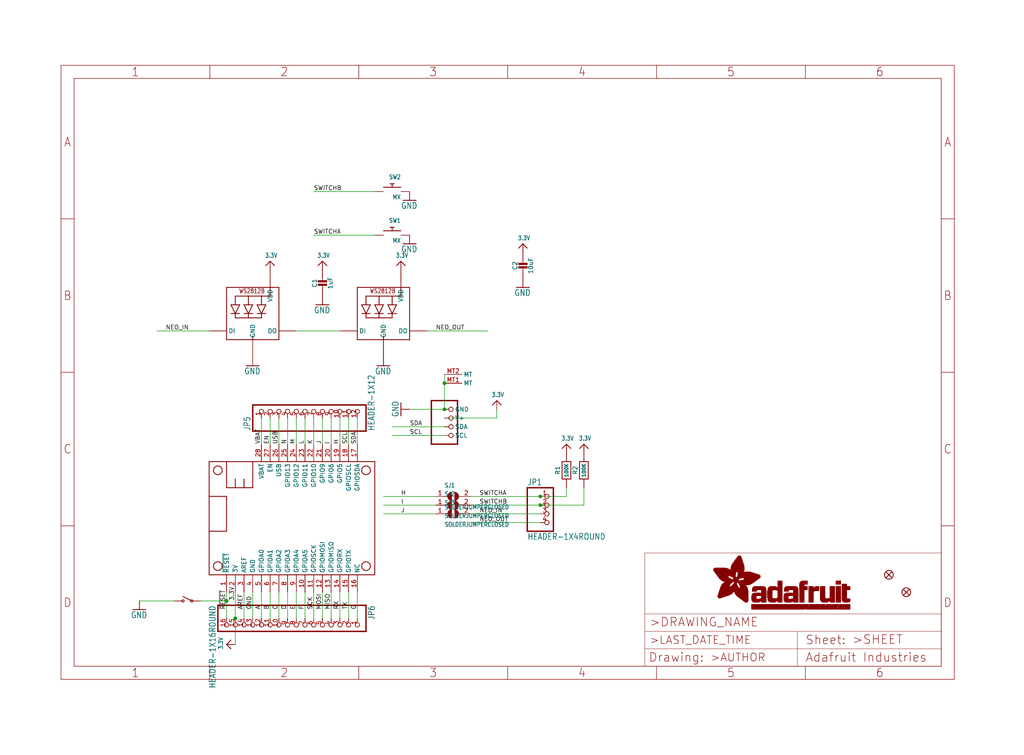
<source format=kicad_sch>
(kicad_sch (version 20211123) (generator eeschema)
  (paper "User" 298.45 220.167)
  (lib_symbols
    (symbol "eagleSchem-eagle-import:3.3V" (power)
      (property "Value" "3.3V" (at -1.524 1.016 0))
      (symbol "3.3V_1_0"
        (pin power_in line (at 0 -2.54 90) (length 2.54) (name "3.3V") (number "1"))
      )
    )
    (symbol "eagleSchem-eagle-import:CAP_CERAMIC0603_NO"
      (property "Reference" "C" (at -2.29 1.25 90))
      (property "Value" "CAP_CERAMIC0603_NO" (at 2.3 1.25 90))
      (symbol "CAP_CERAMIC0603_NO_1_0"
        (pin passive line (at 0 5.08 270) (length 2.54) (name "1") (number "1"))
        (pin passive line (at 0 -2.54 90) (length 2.54) (name "2") (number "2"))
      )
    )
    (symbol "eagleSchem-eagle-import:CAP_CERAMIC0805-NOOUTLINE"
      (property "Reference" "C" (at -2.29 1.25 90))
      (property "Value" "CAP_CERAMIC0805-NOOUTLINE" (at 2.3 1.25 90))
      (symbol "CAP_CERAMIC0805-NOOUTLINE_1_0"
        (pin passive line (at 0 5.08 270) (length 2.54) (name "1") (number "1"))
        (pin passive line (at 0 -2.54 90) (length 2.54) (name "2") (number "2"))
      )
    )
    (symbol "eagleSchem-eagle-import:FEATHERWING_NODIM"
      (symbol "FEATHERWING_NODIM_1_0"
        (pin input line (at 5.08 -5.08 90) (length 5.08) (name "~{RESET}") (number "1"))
        (pin bidirectional line (at 27.94 -5.08 90) (length 5.08) (name "GPIOA5") (number "10"))
        (pin bidirectional line (at 30.48 -5.08 90) (length 5.08) (name "GPIOSCK") (number "11"))
        (pin bidirectional line (at 33.02 -5.08 90) (length 5.08) (name "GPIOMOSI") (number "12"))
        (pin bidirectional line (at 35.56 -5.08 90) (length 5.08) (name "GPIOMISO") (number "13"))
        (pin bidirectional line (at 38.1 -5.08 90) (length 5.08) (name "GPIORX") (number "14"))
        (pin bidirectional line (at 40.64 -5.08 90) (length 5.08) (name "GPIOTX") (number "15"))
        (pin passive line (at 43.18 -5.08 90) (length 5.08) (name "NC") (number "16"))
        (pin bidirectional line (at 43.18 38.1 270) (length 5.08) (name "GPIOSDA") (number "17"))
        (pin bidirectional line (at 40.64 38.1 270) (length 5.08) (name "GPIOSCL") (number "18"))
        (pin bidirectional line (at 38.1 38.1 270) (length 5.08) (name "GPIO5") (number "19"))
        (pin power_in line (at 7.62 -5.08 90) (length 5.08) (name "3V") (number "2"))
        (pin bidirectional line (at 35.56 38.1 270) (length 5.08) (name "GPIO6") (number "20"))
        (pin bidirectional line (at 33.02 38.1 270) (length 5.08) (name "GPIO9") (number "21"))
        (pin bidirectional line (at 30.48 38.1 270) (length 5.08) (name "GPIO10") (number "22"))
        (pin bidirectional line (at 27.94 38.1 270) (length 5.08) (name "GPIO11") (number "23"))
        (pin bidirectional line (at 25.4 38.1 270) (length 5.08) (name "GPIO12") (number "24"))
        (pin bidirectional line (at 22.86 38.1 270) (length 5.08) (name "GPIO13") (number "25"))
        (pin power_in line (at 20.32 38.1 270) (length 5.08) (name "USB") (number "26"))
        (pin passive line (at 17.78 38.1 270) (length 5.08) (name "EN") (number "27"))
        (pin power_in line (at 15.24 38.1 270) (length 5.08) (name "VBAT") (number "28"))
        (pin passive line (at 10.16 -5.08 90) (length 5.08) (name "AREF") (number "3"))
        (pin power_in line (at 12.7 -5.08 90) (length 5.08) (name "GND") (number "4"))
        (pin bidirectional line (at 15.24 -5.08 90) (length 5.08) (name "GPIOA0") (number "5"))
        (pin bidirectional line (at 17.78 -5.08 90) (length 5.08) (name "GPIOA1") (number "6"))
        (pin bidirectional line (at 20.32 -5.08 90) (length 5.08) (name "GPIOA2") (number "7"))
        (pin bidirectional line (at 22.86 -5.08 90) (length 5.08) (name "GPIOA3") (number "8"))
        (pin bidirectional line (at 25.4 -5.08 90) (length 5.08) (name "GPIOA4") (number "9"))
      )
    )
    (symbol "eagleSchem-eagle-import:FIDUCIAL_1MM")
    (symbol "eagleSchem-eagle-import:FRAME_A4_ADAFRUIT"
      (symbol "FRAME_A4_ADAFRUIT_0_0"
        (text "1" (at 21.6958 1.905 0) (effects (font (size 2.54 2.286))))
        (text "1" (at 21.6958 177.165 0) (effects (font (size 2.54 2.286))))
        (text "2" (at 65.0875 1.905 0) (effects (font (size 2.54 2.286))))
        (text "2" (at 65.0875 177.165 0) (effects (font (size 2.54 2.286))))
        (text "3" (at 108.4792 1.905 0) (effects (font (size 2.54 2.286))))
        (text "3" (at 108.4792 177.165 0) (effects (font (size 2.54 2.286))))
        (text "4" (at 151.8708 1.905 0) (effects (font (size 2.54 2.286))))
        (text "4" (at 151.8708 177.165 0) (effects (font (size 2.54 2.286))))
        (text "5" (at 195.2625 1.905 0) (effects (font (size 2.54 2.286))))
        (text "5" (at 195.2625 177.165 0) (effects (font (size 2.54 2.286))))
        (text "6" (at 238.6542 1.905 0) (effects (font (size 2.54 2.286))))
        (text "6" (at 238.6542 177.165 0) (effects (font (size 2.54 2.286))))
        (text "A" (at 1.905 156.6863 0) (effects (font (size 2.54 2.286))))
        (text "A" (at 258.445 156.6863 0) (effects (font (size 2.54 2.286))))
        (text "B" (at 1.905 111.9188 0) (effects (font (size 2.54 2.286))))
        (text "B" (at 258.445 111.9188 0) (effects (font (size 2.54 2.286))))
        (text "C" (at 1.905 67.1513 0) (effects (font (size 2.54 2.286))))
        (text "C" (at 258.445 67.1513 0) (effects (font (size 2.54 2.286))))
        (text "D" (at 1.905 22.3838 0) (effects (font (size 2.54 2.286))))
        (text "D" (at 258.445 22.3838 0) (effects (font (size 2.54 2.286))))
      )
      (symbol "FRAME_A4_ADAFRUIT_1_0"
        (text ">AUTHOR" (at 189.23 5.08 0) (effects (font (size 2.286 2.286)) (justify left bottom)))
        (text ">DRAWING_NAME" (at 171.45 15.24 0) (effects (font (size 2.54 2.54)) (justify left bottom)))
        (text ">LAST_DATE_TIME" (at 171.45 10.16 0) (effects (font (size 2.286 2.286)) (justify left bottom)))
        (text ">SHEET" (at 230.505 10.16 0) (effects (font (size 2.54 2.54)) (justify left bottom)))
        (text "Adafruit Industries" (at 216.916 4.953 0) (effects (font (size 2.54 2.54)) (justify left bottom)))
        (text "Drawing:" (at 171.196 4.953 0) (effects (font (size 2.54 2.54)) (justify left bottom)))
        (text "Sheet:" (at 216.916 10.033 0) (effects (font (size 2.54 2.54)) (justify left bottom)))
      )
    )
    (symbol "eagleSchem-eagle-import:GND" (power)
      (property "Value" "GND" (at -2.54 -2.54 0))
      (symbol "GND_1_0"
        (pin power_in line (at 0 2.54 270) (length 2.54) (name "GND") (number "1"))
      )
    )
    (symbol "eagleSchem-eagle-import:HEADER-1X12"
      (property "Reference" "JP" (at -6.35 18.415 0))
      (property "Value" "HEADER-1X12" (at -6.35 -17.78 0))
      (symbol "HEADER-1X12_1_0"
        (pin passive inverted (at -2.54 15.24 0) (length 2.54) (name "1") (number "1"))
        (pin passive inverted (at -2.54 -7.62 0) (length 2.54) (name "10") (number "10"))
        (pin passive inverted (at -2.54 -10.16 0) (length 2.54) (name "11") (number "11"))
        (pin passive inverted (at -2.54 -12.7 0) (length 2.54) (name "12") (number "12"))
        (pin passive inverted (at -2.54 12.7 0) (length 2.54) (name "2") (number "2"))
        (pin passive inverted (at -2.54 10.16 0) (length 2.54) (name "3") (number "3"))
        (pin passive inverted (at -2.54 7.62 0) (length 2.54) (name "4") (number "4"))
        (pin passive inverted (at -2.54 5.08 0) (length 2.54) (name "5") (number "5"))
        (pin passive inverted (at -2.54 2.54 0) (length 2.54) (name "6") (number "6"))
        (pin passive inverted (at -2.54 0 0) (length 2.54) (name "7") (number "7"))
        (pin passive inverted (at -2.54 -2.54 0) (length 2.54) (name "8") (number "8"))
        (pin passive inverted (at -2.54 -5.08 0) (length 2.54) (name "9") (number "9"))
      )
    )
    (symbol "eagleSchem-eagle-import:HEADER-1X16ROUND"
      (property "Reference" "JP" (at -6.35 20.955 0))
      (property "Value" "HEADER-1X16ROUND" (at -6.35 -25.4 0))
      (symbol "HEADER-1X16ROUND_1_0"
        (pin passive inverted (at -2.54 17.78 0) (length 2.54) (name "1") (number "1"))
        (pin passive inverted (at -2.54 -5.08 0) (length 2.54) (name "10") (number "10"))
        (pin passive inverted (at -2.54 -7.62 0) (length 2.54) (name "11") (number "11"))
        (pin passive inverted (at -2.54 -10.16 0) (length 2.54) (name "12") (number "12"))
        (pin passive inverted (at -2.54 -12.7 0) (length 2.54) (name "13") (number "13"))
        (pin passive inverted (at -2.54 -15.24 0) (length 2.54) (name "14") (number "14"))
        (pin passive inverted (at -2.54 -17.78 0) (length 2.54) (name "15") (number "15"))
        (pin passive inverted (at -2.54 -20.32 0) (length 2.54) (name "16") (number "16"))
        (pin passive inverted (at -2.54 15.24 0) (length 2.54) (name "2") (number "2"))
        (pin passive inverted (at -2.54 12.7 0) (length 2.54) (name "3") (number "3"))
        (pin passive inverted (at -2.54 10.16 0) (length 2.54) (name "4") (number "4"))
        (pin passive inverted (at -2.54 7.62 0) (length 2.54) (name "5") (number "5"))
        (pin passive inverted (at -2.54 5.08 0) (length 2.54) (name "6") (number "6"))
        (pin passive inverted (at -2.54 2.54 0) (length 2.54) (name "7") (number "7"))
        (pin passive inverted (at -2.54 0 0) (length 2.54) (name "8") (number "8"))
        (pin passive inverted (at -2.54 -2.54 0) (length 2.54) (name "9") (number "9"))
      )
    )
    (symbol "eagleSchem-eagle-import:HEADER-1X4ROUND"
      (property "Reference" "JP" (at -6.35 8.255 0))
      (property "Value" "HEADER-1X4ROUND" (at -6.35 -7.62 0))
      (symbol "HEADER-1X4ROUND_1_0"
        (pin passive inverted (at -2.54 5.08 0) (length 2.54) (name "1") (number "1"))
        (pin passive inverted (at -2.54 2.54 0) (length 2.54) (name "2") (number "2"))
        (pin passive inverted (at -2.54 0 0) (length 2.54) (name "3") (number "3"))
        (pin passive inverted (at -2.54 -2.54 0) (length 2.54) (name "4") (number "4"))
      )
    )
    (symbol "eagleSchem-eagle-import:RESISTOR_0603_NOOUT"
      (property "Reference" "R" (at 0 2.54 0))
      (property "Value" "RESISTOR_0603_NOOUT" (at 0 0 0))
      (symbol "RESISTOR_0603_NOOUT_1_0"
        (pin passive line (at -5.08 0 0) (length 2.54) (name "1") (number "1"))
        (pin passive line (at 5.08 0 180) (length 2.54) (name "2") (number "2"))
      )
    )
    (symbol "eagleSchem-eagle-import:SOLDERJUMPERCLOSED"
      (property "Reference" "SJ" (at -2.54 2.54 0))
      (property "Value" "SOLDERJUMPERCLOSED" (at -2.54 -3.81 0))
      (symbol "SOLDERJUMPERCLOSED_1_0"
        (pin passive line (at -5.08 0 0) (length 2.54) (name "1") (number "1"))
        (pin passive line (at 5.08 0 180) (length 2.54) (name "2") (number "2"))
      )
    )
    (symbol "eagleSchem-eagle-import:STEMMA_I2C_QT"
      (symbol "STEMMA_I2C_QT_1_0"
        (pin passive inverted (at 0 5.08 0) (length 2.54) (name "GND") (number "1"))
        (pin passive inverted (at 0 2.54 0) (length 2.54) (name "V+") (number "2"))
        (pin passive inverted (at 0 0 0) (length 2.54) (name "SDA") (number "3"))
        (pin passive inverted (at 0 -2.54 0) (length 2.54) (name "SCL") (number "4"))
      )
      (symbol "STEMMA_I2C_QT_2_0"
        (pin bidirectional line (at 0 0 0) (length 5.08) (name "MT") (number "MT1"))
      )
      (symbol "STEMMA_I2C_QT_3_0"
        (pin bidirectional line (at 0 0 0) (length 5.08) (name "MT") (number "MT2"))
      )
    )
    (symbol "eagleSchem-eagle-import:SWITCH_PUSHBUTTON_KAILH_SOCKET"
      (property "Reference" "SW" (at -2.54 3.556 0))
      (property "Value" "SWITCH_PUSHBUTTON_KAILH_SOCKET" (at -2.54 -2.286 0))
      (symbol "SWITCH_PUSHBUTTON_KAILH_SOCKET_1_0"
        (pin passive line (at -5.08 0 0) (length 2.54) (name "P$1") (number "1"))
        (pin passive line (at 5.08 0 180) (length 2.54) (name "P$2") (number "2"))
      )
    )
    (symbol "eagleSchem-eagle-import:SWITCH_SPST_TACT_RA"
      (symbol "SWITCH_SPST_TACT_RA_1_0"
        (pin passive line (at -5.08 0 0) (length 2.54) (name "P") (number "1"))
        (pin passive line (at 2.54 0 180) (length 2.54) (name "S") (number "2"))
      )
      (symbol "SWITCH_SPST_TACT_RA_2_0"
        (pin bidirectional line (at 0 0 0) (length 5.08) (name "MT") (number "MT1"))
        (pin bidirectional line (at 0 0 0) (length 5.08) (name "MT") (number "MT2"))
      )
    )
    (symbol "eagleSchem-eagle-import:WS2812B_SK6812E"
      (symbol "WS2812B_SK6812E_1_0"
        (text "WS2812B" (at -4.064 8.382 0) (effects (font (size 1.27 1.0795)) (justify left bottom)))
        (pin power_in line (at 5.08 15.24 270) (length 5.08) (name "VDD") (number "1-VDD"))
        (pin output line (at 12.7 -2.54 180) (length 5.08) (name "DO") (number "2-DOUT"))
        (pin power_in line (at 0 -10.16 90) (length 5.08) (name "GND") (number "3-GND"))
        (pin input line (at -12.7 -2.54 0) (length 5.08) (name "DI") (number "4-DIN"))
      )
    )
  )
  (junction (at 157.48 144.78))
  (junction (at 129.54 111.76))
  (junction (at 157.48 147.32))
  (junction (at 129.54 119.38))
  (junction (at 68.58 180.34))
  (junction (at 66.04 175.26))
  (wire (pts (xy 124.46 96.52) (xy 142.24 96.52)))
  (wire (pts (xy 137.16 152.4) (xy 157.48 152.4)))
  (wire (pts (xy 86.36 96.52) (xy 99.06 96.52)))
  (wire (pts (xy 99.06 180.34) (xy 99.06 172.72)))
  (wire (pts (xy 157.48 149.86) (xy 137.16 149.86)))
  (wire (pts (xy 83.82 180.34) (xy 83.82 172.72)))
  (wire (pts (xy 83.82 121.92) (xy 83.82 129.54)))
  (wire (pts (xy 109.22 55.88) (xy 91.44 55.88)))
  (wire (pts (xy 111.76 147.32) (xy 127 147.32)))
  (wire (pts (xy 58.42 175.26) (xy 66.04 175.26)))
  (wire (pts (xy 129.54 124.46) (xy 114.3 124.46)))
  (wire (pts (xy 40.64 175.26) (xy 50.8 175.26)))
  (wire (pts (xy 86.36 180.34) (xy 86.36 172.72)))
  (wire (pts (xy 170.18 147.32) (xy 170.18 142.24)))
  (wire (pts (xy 66.04 180.34) (xy 66.04 175.26)))
  (wire (pts (xy 81.28 180.34) (xy 81.28 172.72)))
  (wire (pts (xy 78.74 180.34) (xy 78.74 172.72)))
  (wire (pts (xy 129.54 109.22) (xy 129.54 111.76)))
  (wire (pts (xy 88.9 180.34) (xy 88.9 172.72)))
  (wire (pts (xy 109.22 68.58) (xy 91.44 68.58)))
  (wire (pts (xy 91.44 180.34) (xy 91.44 172.72)))
  (wire (pts (xy 93.98 180.34) (xy 93.98 172.72)))
  (wire (pts (xy 104.14 180.34) (xy 104.14 172.72)))
  (wire (pts (xy 129.54 121.92) (xy 144.78 121.92)))
  (wire (pts (xy 129.54 111.76) (xy 129.54 119.38)))
  (wire (pts (xy 144.78 119.38) (xy 144.78 121.92)))
  (wire (pts (xy 114.3 127) (xy 129.54 127)))
  (wire (pts (xy 96.52 180.34) (xy 96.52 172.72)))
  (wire (pts (xy 76.2 180.34) (xy 76.2 172.72)))
  (wire (pts (xy 73.66 180.34) (xy 73.66 172.72)))
  (wire (pts (xy 165.1 144.78) (xy 165.1 142.24)))
  (wire (pts (xy 157.48 144.78) (xy 137.16 144.78)))
  (wire (pts (xy 91.44 121.92) (xy 91.44 129.54)))
  (wire (pts (xy 127 144.78) (xy 111.76 144.78)))
  (wire (pts (xy 99.06 121.92) (xy 99.06 129.54)))
  (wire (pts (xy 101.6 121.92) (xy 101.6 129.54)))
  (wire (pts (xy 66.04 175.26) (xy 66.04 172.72)))
  (wire (pts (xy 101.6 180.34) (xy 101.6 172.72)))
  (wire (pts (xy 86.36 121.92) (xy 86.36 129.54)))
  (wire (pts (xy 96.52 121.92) (xy 96.52 129.54)))
  (wire (pts (xy 127 149.86) (xy 111.76 149.86)))
  (wire (pts (xy 78.74 121.92) (xy 78.74 129.54)))
  (wire (pts (xy 88.9 121.92) (xy 88.9 129.54)))
  (wire (pts (xy 93.98 121.92) (xy 93.98 129.54)))
  (wire (pts (xy 157.48 144.78) (xy 165.1 144.78)))
  (wire (pts (xy 104.14 121.92) (xy 104.14 129.54)))
  (wire (pts (xy 60.96 96.52) (xy 45.72 96.52)))
  (wire (pts (xy 68.58 180.34) (xy 68.58 172.72)))
  (wire (pts (xy 76.2 121.92) (xy 76.2 129.54)))
  (wire (pts (xy 157.48 147.32) (xy 170.18 147.32)))
  (wire (pts (xy 68.58 180.34) (xy 68.58 187.96)))
  (wire (pts (xy 81.28 121.92) (xy 81.28 129.54)))
  (wire (pts (xy 71.12 180.34) (xy 71.12 172.72)))
  (wire (pts (xy 137.16 147.32) (xy 157.48 147.32)))
  (wire (pts (xy 129.54 119.38) (xy 119.38 119.38)))
  (label "L" (at 88.9 129.54 90) (effects (font (size 1.2446 1.2446))))
  (label "SWITCHB" (at 91.44 55.88 0) (effects (font (size 1.2446 1.2446))))
  (label "B" (at 78.74 177.8 90) (effects (font (size 1.2446 1.2446))))
  (label "AREF" (at 71.12 177.8 90) (effects (font (size 1.2446 1.2446))))
  (label "TX" (at 101.6 177.8 90) (effects (font (size 1.2446 1.2446))))
  (label "SCK" (at 91.44 177.8 90) (effects (font (size 1.2446 1.2446))))
  (label "C" (at 81.28 177.8 90) (effects (font (size 1.2446 1.2446))))
  (label "A" (at 76.2 177.8 90) (effects (font (size 1.2446 1.2446))))
  (label "VBAT" (at 76.2 129.54 90) (effects (font (size 1.2446 1.2446))))
  (label "J" (at 93.98 129.54 90) (effects (font (size 1.2446 1.2446))))
  (label "H" (at 99.06 129.54 90) (effects (font (size 1.2446 1.2446))))
  (label "NEO_IN" (at 139.7 149.86 0) (effects (font (size 1.2446 1.2446))))
  (label "N" (at 83.82 129.54 90) (effects (font (size 1.2446 1.2446))))
  (label "SCL" (at 101.6 129.54 90) (effects (font (size 1.2446 1.2446))))
  (label "EN" (at 78.74 129.54 90) (effects (font (size 1.2446 1.2446))))
  (label "NEO_OUT" (at 139.7 152.4 0) (effects (font (size 1.2446 1.2446))))
  (label "I" (at 96.52 129.54 90) (effects (font (size 1.2446 1.2446))))
  (label "NEO_OUT" (at 127 96.52 0) (effects (font (size 1.2446 1.2446))))
  (label "3.3V" (at 68.58 175.26 90) (effects (font (size 1.2446 1.2446))))
  (label "K" (at 91.44 129.54 90) (effects (font (size 1.2446 1.2446))))
  (label "SWITCHA" (at 139.7 144.78 0) (effects (font (size 1.2446 1.2446))))
  (label "SDA" (at 104.14 129.54 90) (effects (font (size 1.2446 1.2446))))
  (label "SCL" (at 119.38 127 0) (effects (font (size 1.2446 1.2446))))
  (label "~{RESET}" (at 66.04 177.8 90) (effects (font (size 1.2446 1.2446))))
  (label "E" (at 86.36 177.8 90) (effects (font (size 1.2446 1.2446))))
  (label "M" (at 86.36 129.54 90) (effects (font (size 1.2446 1.2446))))
  (label "RX" (at 99.06 177.8 90) (effects (font (size 1.2446 1.2446))))
  (label "I" (at 116.84 147.32 0) (effects (font (size 1.2446 1.2446))))
  (label "J" (at 116.84 149.86 0) (effects (font (size 1.2446 1.2446))))
  (label "SWITCHB" (at 139.7 147.32 0) (effects (font (size 1.2446 1.2446))))
  (label "MISO" (at 96.52 177.8 90) (effects (font (size 1.2446 1.2446))))
  (label "G" (at 104.14 177.8 90) (effects (font (size 1.2446 1.2446))))
  (label "SDA" (at 119.38 124.46 0) (effects (font (size 1.2446 1.2446))))
  (label "GND" (at 73.66 177.8 90) (effects (font (size 1.2446 1.2446))))
  (label "MOSI" (at 93.98 177.8 90) (effects (font (size 1.2446 1.2446))))
  (label "SWITCHA" (at 91.44 68.58 0) (effects (font (size 1.2446 1.2446))))
  (label "H" (at 116.84 144.78 0) (effects (font (size 1.2446 1.2446))))
  (label "F" (at 88.9 177.8 90) (effects (font (size 1.2446 1.2446))))
  (label "NEO_IN" (at 48.26 96.52 0) (effects (font (size 1.2446 1.2446))))
  (label "D" (at 83.82 177.8 90) (effects (font (size 1.2446 1.2446))))
  (label "USB" (at 81.28 129.54 90) (effects (font (size 1.2446 1.2446))))
  (symbol (lib_id "eagleSchem-eagle-import:3.3V") (at 116.84 76.2 0) (unit 1)
    (property "Reference" "#U$3" (effects hide))
    (property "Value" "3.3V" (at 115.316 75.184 0) (effects (font (size 1.27 1.0795)) (justify left bottom)))
    (property "Footprint" "eagleSchem:" (effects hide))
  )
  (symbol (lib_id "eagleSchem-eagle-import:GND") (at 93.98 88.9 0) (unit 1)
    (property "Reference" "#GND3" (effects hide))
    (property "Value" "GND" (at 91.44 91.44 0) (effects (font (size 1.778 1.5113)) (justify left bottom)))
    (property "Footprint" "eagleSchem:" (effects hide))
  )
  (symbol (lib_id "eagleSchem-eagle-import:RESISTOR_0603_NOOUT") (at 170.18 137.16 90) (unit 1)
    (property "Reference" "R2" (at 167.64 137.16 0))
    (property "Value" "100K" (at 170.18 137.16 0) (effects (font (size 1.016 1.016) bold)))
    (property "Footprint" "eagleSchem:0603-NO" (effects hide))
  )
  (symbol (lib_id "eagleSchem-eagle-import:WS2812B_SK6812E") (at 73.66 93.98 0) (unit 1)
    (property "Reference" "LED2" (effects hide))
    (property "Value" "WS2812B_SK6812E" (effects hide))
    (property "Footprint" "eagleSchem:NEO3535_REVERSE" (effects hide))
  )
  (symbol (lib_id "eagleSchem-eagle-import:3.3V") (at 170.18 129.54 0) (unit 1)
    (property "Reference" "#U$1" (effects hide))
    (property "Value" "3.3V" (at 168.656 128.524 0) (effects (font (size 1.27 1.0795)) (justify left bottom)))
    (property "Footprint" "eagleSchem:" (effects hide))
  )
  (symbol (lib_id "eagleSchem-eagle-import:HEADER-1X16ROUND") (at 86.36 182.88 270) (unit 1)
    (property "Reference" "JP6" (at 107.315 176.53 0) (effects (font (size 1.778 1.5113)) (justify left bottom)))
    (property "Value" "HEADER-1X16ROUND" (at 60.96 176.53 0) (effects (font (size 1.778 1.5113)) (justify left bottom)))
    (property "Footprint" "eagleSchem:1X16_ROUND" (effects hide))
  )
  (symbol (lib_id "eagleSchem-eagle-import:GND") (at 40.64 177.8 0) (unit 1)
    (property "Reference" "#GND6" (effects hide))
    (property "Value" "GND" (at 38.1 180.34 0) (effects (font (size 1.778 1.5113)) (justify left bottom)))
    (property "Footprint" "eagleSchem:" (effects hide))
  )
  (symbol (lib_id "eagleSchem-eagle-import:STEMMA_I2C_QT") (at 129.54 111.76 0) (unit 2)
    (property "Reference" "CONN1" (effects hide))
    (property "Value" "STEMMA_I2C_QT" (effects hide))
    (property "Footprint" "eagleSchem:JST_SH4" (effects hide))
  )
  (symbol (lib_id "eagleSchem-eagle-import:SWITCH_PUSHBUTTON_KAILH_SOCKET") (at 114.3 55.88 0) (mirror y) (unit 1)
    (property "Reference" "SW2" (at 116.84 52.324 0) (effects (font (size 1.27 1.0795)) (justify left bottom)))
    (property "Value" "MX" (at 116.84 58.166 0) (effects (font (size 1.27 1.0795)) (justify left bottom)))
    (property "Footprint" "eagleSchem:KAILH_SOCKET" (effects hide))
  )
  (symbol (lib_id "eagleSchem-eagle-import:FRAME_A4_ADAFRUIT") (at 17.78 198.12 0) (unit 1)
    (property "Reference" "#U$18" (effects hide))
    (property "Value" "FRAME_A4_ADAFRUIT" (effects hide))
    (property "Footprint" "eagleSchem:" (effects hide))
  )
  (symbol (lib_id "eagleSchem-eagle-import:3.3V") (at 93.98 76.2 0) (unit 1)
    (property "Reference" "#U$4" (effects hide))
    (property "Value" "3.3V" (at 92.456 75.184 0) (effects (font (size 1.27 1.0795)) (justify left bottom)))
    (property "Footprint" "eagleSchem:" (effects hide))
  )
  (symbol (lib_id "eagleSchem-eagle-import:SOLDERJUMPERCLOSED") (at 132.08 147.32 0) (unit 1)
    (property "Reference" "SJ2" (at 129.54 144.78 0) (effects (font (size 1.27 1.0795)) (justify left bottom)))
    (property "Value" "SOLDERJUMPERCLOSED" (at 129.54 151.13 0) (effects (font (size 1.27 1.0795)) (justify left bottom)))
    (property "Footprint" "eagleSchem:SOLDERJUMPER_CLOSEDWIRE" (effects hide))
  )
  (symbol (lib_id "eagleSchem-eagle-import:3.3V") (at 78.74 76.2 0) (unit 1)
    (property "Reference" "#U$5" (effects hide))
    (property "Value" "3.3V" (at 77.216 75.184 0) (effects (font (size 1.27 1.0795)) (justify left bottom)))
    (property "Footprint" "eagleSchem:" (effects hide))
  )
  (symbol (lib_id "eagleSchem-eagle-import:CAP_CERAMIC0805-NOOUTLINE") (at 152.4 78.74 0) (unit 1)
    (property "Reference" "C2" (at 150.11 77.49 90))
    (property "Value" "10uF" (at 154.7 77.49 90))
    (property "Footprint" "eagleSchem:0805-NO" (effects hide))
  )
  (symbol (lib_id "eagleSchem-eagle-import:FIDUCIAL_1MM") (at 264.16 172.72 0) (unit 1)
    (property "Reference" "FID2" (effects hide))
    (property "Value" "FIDUCIAL_1MM" (effects hide))
    (property "Footprint" "eagleSchem:FIDUCIAL_1MM" (effects hide))
  )
  (symbol (lib_id "eagleSchem-eagle-import:FEATHERWING_NODIM") (at 60.96 167.64 0) (unit 1)
    (property "Reference" "MS1" (effects hide))
    (property "Value" "FEATHERWING_NODIM" (effects hide))
    (property "Footprint" "eagleSchem:FEATHERWING_NODIM" (effects hide))
  )
  (symbol (lib_id "eagleSchem-eagle-import:FIDUCIAL_1MM") (at 259.08 167.64 0) (unit 1)
    (property "Reference" "FID1" (effects hide))
    (property "Value" "FIDUCIAL_1MM" (effects hide))
    (property "Footprint" "eagleSchem:FIDUCIAL_1MM" (effects hide))
  )
  (symbol (lib_id "eagleSchem-eagle-import:CAP_CERAMIC0603_NO") (at 93.98 83.82 0) (unit 1)
    (property "Reference" "C1" (at 91.69 82.57 90))
    (property "Value" "1uF" (at 96.28 82.57 90))
    (property "Footprint" "eagleSchem:0603-NO" (effects hide))
  )
  (symbol (lib_id "eagleSchem-eagle-import:GND") (at 119.38 71.12 0) (unit 1)
    (property "Reference" "#GND4" (effects hide))
    (property "Value" "GND" (at 116.84 73.66 0) (effects (font (size 1.778 1.5113)) (justify left bottom)))
    (property "Footprint" "eagleSchem:" (effects hide))
  )
  (symbol (lib_id "eagleSchem-eagle-import:GND") (at 119.38 58.42 0) (unit 1)
    (property "Reference" "#GND5" (effects hide))
    (property "Value" "GND" (at 116.84 60.96 0) (effects (font (size 1.778 1.5113)) (justify left bottom)))
    (property "Footprint" "eagleSchem:" (effects hide))
  )
  (symbol (lib_id "eagleSchem-eagle-import:SOLDERJUMPERCLOSED") (at 132.08 149.86 0) (unit 1)
    (property "Reference" "SJ3" (at 129.54 147.32 0) (effects (font (size 1.27 1.0795)) (justify left bottom)))
    (property "Value" "SOLDERJUMPERCLOSED" (at 129.54 153.67 0) (effects (font (size 1.27 1.0795)) (justify left bottom)))
    (property "Footprint" "eagleSchem:SOLDERJUMPER_CLOSEDWIRE" (effects hide))
  )
  (symbol (lib_id "eagleSchem-eagle-import:GND") (at 116.84 119.38 270) (unit 1)
    (property "Reference" "#GND7" (effects hide))
    (property "Value" "GND" (at 114.3 116.84 0) (effects (font (size 1.778 1.5113)) (justify left bottom)))
    (property "Footprint" "eagleSchem:" (effects hide))
  )
  (symbol (lib_id "eagleSchem-eagle-import:3.3V") (at 165.1 129.54 0) (unit 1)
    (property "Reference" "#U$2" (effects hide))
    (property "Value" "3.3V" (at 163.576 128.524 0) (effects (font (size 1.27 1.0795)) (justify left bottom)))
    (property "Footprint" "eagleSchem:" (effects hide))
  )
  (symbol (lib_id "eagleSchem-eagle-import:STEMMA_I2C_QT") (at 129.54 109.22 0) (unit 3)
    (property "Reference" "CONN1" (effects hide))
    (property "Value" "STEMMA_I2C_QT" (effects hide))
    (property "Footprint" "eagleSchem:JST_SH4" (effects hide))
  )
  (symbol (lib_id "eagleSchem-eagle-import:GND") (at 73.66 106.68 0) (unit 1)
    (property "Reference" "#GND2" (effects hide))
    (property "Value" "GND" (at 71.12 109.22 0) (effects (font (size 1.778 1.5113)) (justify left bottom)))
    (property "Footprint" "eagleSchem:" (effects hide))
  )
  (symbol (lib_id "eagleSchem-eagle-import:RESISTOR_0603_NOOUT") (at 165.1 137.16 90) (unit 1)
    (property "Reference" "R1" (at 162.56 137.16 0))
    (property "Value" "100K" (at 165.1 137.16 0) (effects (font (size 1.016 1.016) bold)))
    (property "Footprint" "eagleSchem:0603-NO" (effects hide))
  )
  (symbol (lib_id "eagleSchem-eagle-import:HEADER-1X12") (at 91.44 119.38 90) (unit 1)
    (property "Reference" "JP5" (at 73.025 125.73 0) (effects (font (size 1.778 1.5113)) (justify left bottom)))
    (property "Value" "HEADER-1X12" (at 109.22 125.73 0) (effects (font (size 1.778 1.5113)) (justify left bottom)))
    (property "Footprint" "eagleSchem:1X12_ROUND" (effects hide))
  )
  (symbol (lib_id "eagleSchem-eagle-import:GND") (at 111.76 106.68 0) (unit 1)
    (property "Reference" "#GND1" (effects hide))
    (property "Value" "GND" (at 109.22 109.22 0) (effects (font (size 1.778 1.5113)) (justify left bottom)))
    (property "Footprint" "eagleSchem:" (effects hide))
  )
  (symbol (lib_id "eagleSchem-eagle-import:3.3V") (at 152.4 71.12 0) (unit 1)
    (property "Reference" "#U$10" (effects hide))
    (property "Value" "3.3V" (at 150.876 70.104 0) (effects (font (size 1.27 1.0795)) (justify left bottom)))
    (property "Footprint" "eagleSchem:" (effects hide))
  )
  (symbol (lib_id "eagleSchem-eagle-import:GND") (at 152.4 83.82 0) (unit 1)
    (property "Reference" "#GND8" (effects hide))
    (property "Value" "GND" (at 149.86 86.36 0) (effects (font (size 1.778 1.5113)) (justify left bottom)))
    (property "Footprint" "eagleSchem:" (effects hide))
  )
  (symbol (lib_id "eagleSchem-eagle-import:WS2812B_SK6812E") (at 111.76 93.98 0) (unit 1)
    (property "Reference" "LED1" (effects hide))
    (property "Value" "WS2812B_SK6812E" (effects hide))
    (property "Footprint" "eagleSchem:NEO3535_REVERSE" (effects hide))
  )
  (symbol (lib_id "eagleSchem-eagle-import:SWITCH_SPST_TACT_RA") (at 53.34 175.26 0) (mirror y) (unit 1)
    (property "Reference" "SW3" (effects hide))
    (property "Value" "SWITCH_SPST_TACT_RA" (effects hide))
    (property "Footprint" "eagleSchem:SPST_TACTILE_RA" (effects hide))
  )
  (symbol (lib_id "eagleSchem-eagle-import:STEMMA_I2C_QT") (at 129.54 124.46 0) (unit 1)
    (property "Reference" "CONN1" (effects hide))
    (property "Value" "STEMMA_I2C_QT" (effects hide))
    (property "Footprint" "eagleSchem:JST_SH4" (effects hide))
  )
  (symbol (lib_id "eagleSchem-eagle-import:SWITCH_PUSHBUTTON_KAILH_SOCKET") (at 114.3 68.58 0) (mirror y) (unit 1)
    (property "Reference" "SW1" (at 116.84 65.024 0) (effects (font (size 1.27 1.0795)) (justify left bottom)))
    (property "Value" "MX" (at 116.84 70.866 0) (effects (font (size 1.27 1.0795)) (justify left bottom)))
    (property "Footprint" "eagleSchem:KAILH_SOCKET" (effects hide))
  )
  (symbol (lib_id "eagleSchem-eagle-import:HEADER-1X4ROUND") (at 160.02 149.86 0) (unit 1)
    (property "Reference" "JP1" (at 153.67 141.605 0) (effects (font (size 1.778 1.5113)) (justify left bottom)))
    (property "Value" "HEADER-1X4ROUND" (at 153.67 157.48 0) (effects (font (size 1.778 1.5113)) (justify left bottom)))
    (property "Footprint" "eagleSchem:1X04_ROUND" (effects hide))
  )
  (symbol (lib_id "eagleSchem-eagle-import:3.3V") (at 66.04 187.96 90) (unit 1)
    (property "Reference" "#U$6" (effects hide))
    (property "Value" "3.3V" (at 65.024 189.484 0) (effects (font (size 1.27 1.0795)) (justify left bottom)))
    (property "Footprint" "eagleSchem:" (effects hide))
  )
  (symbol (lib_id "eagleSchem-eagle-import:SOLDERJUMPERCLOSED") (at 132.08 144.78 0) (unit 1)
    (property "Reference" "SJ1" (at 129.54 142.24 0) (effects (font (size 1.27 1.0795)) (justify left bottom)))
    (property "Value" "SOLDERJUMPERCLOSED" (at 129.54 148.59 0) (effects (font (size 1.27 1.0795)) (justify left bottom)))
    (property "Footprint" "eagleSchem:SOLDERJUMPER_CLOSEDWIRE" (effects hide))
  )
  (symbol (lib_id "eagleSchem-eagle-import:3.3V") (at 144.78 116.84 0) (unit 1)
    (property "Reference" "#U$9" (effects hide))
    (property "Value" "3.3V" (at 143.256 115.824 0) (effects (font (size 1.27 1.0795)) (justify left bottom)))
    (property "Footprint" "eagleSchem:" (effects hide))
  )
)
</source>
